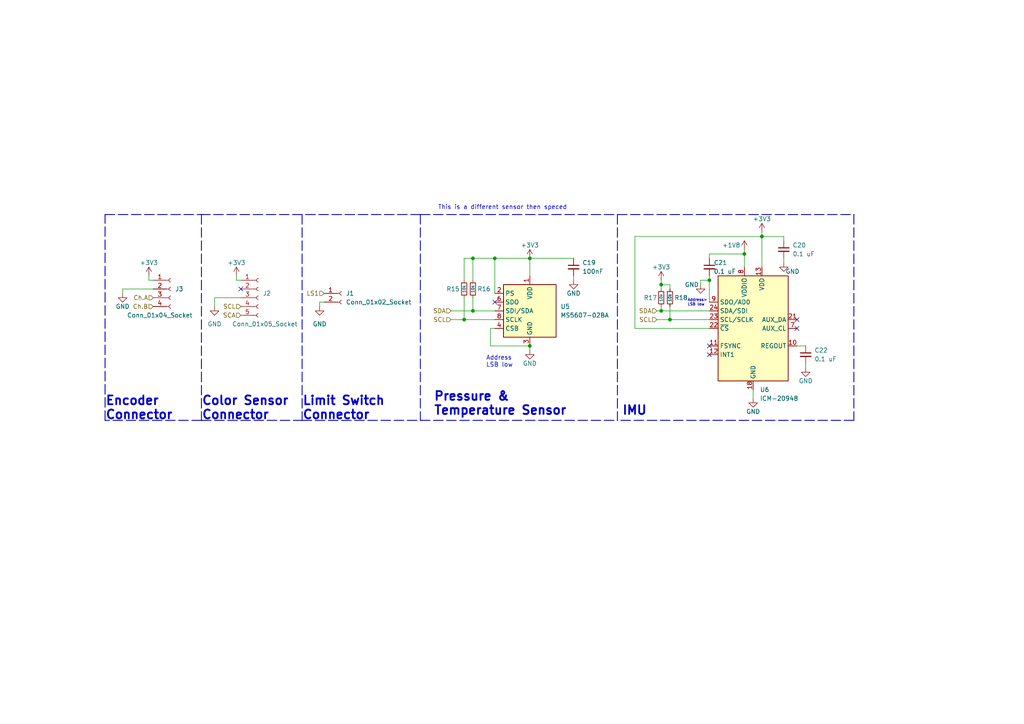
<source format=kicad_sch>
(kicad_sch (version 20230121) (generator eeschema)
  (paper "A4")
  (lib_symbols
    (symbol "Connector:Conn_01x02_Socket" (pin_names (offset 1.016) hide)
      (property "Reference" "J" (at 0 2.54 0))
      (property "Value" "Conn_01x02_Socket" (at 0 -5.08 0))
      (symbol "Conn_01x02_Socket_1_1"
        (arc (start 0 -2.032) (mid -0.5058 -2.54) (end 0 -3.048) (stroke (width 0.1524)))
        (polyline (pts (xy -1.27 -2.54) (xy -0.508 -2.54)) (stroke (width 0.1524)))
        (polyline (pts (xy -1.27 0) (xy -0.508 0)) (stroke (width 0.1524)))
        (arc (start 0 0.508) (mid -0.5058 0) (end 0 -0.508) (stroke (width 0.1524)))
        (pin passive line (at -5.08 0 0) (length 3.81) (name "Pin_1") (number "1"))
        (pin passive line (at -5.08 -2.54 0) (length 3.81) (name "Pin_2") (number "2"))
      )
    )
    (symbol "Connector:Conn_01x04_Socket" (pin_names (offset 1.016) hide)
      (property "Reference" "J" (at 0 5.08 0))
      (property "Value" "Conn_01x04_Socket" (at 0 -7.62 0))
      (symbol "Conn_01x04_Socket_1_1"
        (arc (start 0 -4.572) (mid -0.5058 -5.08) (end 0 -5.588) (stroke (width 0.1524)))
        (arc (start 0 -2.032) (mid -0.5058 -2.54) (end 0 -3.048) (stroke (width 0.1524)))
        (polyline (pts (xy -1.27 -5.08) (xy -0.508 -5.08)) (stroke (width 0.1524)))
        (polyline (pts (xy -1.27 -2.54) (xy -0.508 -2.54)) (stroke (width 0.1524)))
        (polyline (pts (xy -1.27 0) (xy -0.508 0)) (stroke (width 0.1524)))
        (polyline (pts (xy -1.27 2.54) (xy -0.508 2.54)) (stroke (width 0.1524)))
        (arc (start 0 0.508) (mid -0.5058 0) (end 0 -0.508) (stroke (width 0.1524)))
        (arc (start 0 3.048) (mid -0.5058 2.54) (end 0 2.032) (stroke (width 0.1524)))
        (pin passive line (at -5.08 2.54 0) (length 3.81) (name "Pin_1") (number "1"))
        (pin passive line (at -5.08 0 0) (length 3.81) (name "Pin_2") (number "2"))
        (pin passive line (at -5.08 -2.54 0) (length 3.81) (name "Pin_3") (number "3"))
        (pin passive line (at -5.08 -5.08 0) (length 3.81) (name "Pin_4") (number "4"))
      )
    )
    (symbol "Connector:Conn_01x05_Socket" (pin_names (offset 1.016) hide)
      (property "Reference" "J" (at 0 7.62 0))
      (property "Value" "Conn_01x05_Socket" (at 0 -7.62 0))
      (symbol "Conn_01x05_Socket_1_1"
        (arc (start 0 -4.572) (mid -0.5058 -5.08) (end 0 -5.588) (stroke (width 0.1524)))
        (arc (start 0 -2.032) (mid -0.5058 -2.54) (end 0 -3.048) (stroke (width 0.1524)))
        (polyline (pts (xy -1.27 -5.08) (xy -0.508 -5.08)) (stroke (width 0.1524)))
        (polyline (pts (xy -1.27 -2.54) (xy -0.508 -2.54)) (stroke (width 0.1524)))
        (polyline (pts (xy -1.27 0) (xy -0.508 0)) (stroke (width 0.1524)))
        (polyline (pts (xy -1.27 2.54) (xy -0.508 2.54)) (stroke (width 0.1524)))
        (polyline (pts (xy -1.27 5.08) (xy -0.508 5.08)) (stroke (width 0.1524)))
        (arc (start 0 0.508) (mid -0.5058 0) (end 0 -0.508) (stroke (width 0.1524)))
        (arc (start 0 3.048) (mid -0.5058 2.54) (end 0 2.032) (stroke (width 0.1524)))
        (arc (start 0 5.588) (mid -0.5058 5.08) (end 0 4.572) (stroke (width 0.1524)))
        (pin passive line (at -5.08 5.08 0) (length 3.81) (name "Pin_1") (number "1"))
        (pin passive line (at -5.08 2.54 0) (length 3.81) (name "Pin_2") (number "2"))
        (pin passive line (at -5.08 0 0) (length 3.81) (name "Pin_3") (number "3"))
        (pin passive line (at -5.08 -2.54 0) (length 3.81) (name "Pin_4") (number "4"))
        (pin passive line (at -5.08 -5.08 0) (length 3.81) (name "Pin_5") (number "5"))
      )
    )
    (symbol "Device:C_Small" (pin_numbers hide) (pin_names (offset 0.254) hide)
      (property "Reference" "C" (at 0.254 1.778 0))
      (property "Value" "C_Small" (at 0.254 -2.032 0))
      (symbol "C_Small_0_1"
        (polyline (pts (xy -1.524 -0.508) (xy 1.524 -0.508)) (stroke (width 0.3302)))
        (polyline (pts (xy -1.524 0.508) (xy 1.524 0.508)) (stroke (width 0.3048)))
      )
      (symbol "C_Small_1_1"
        (pin passive line (at 0 2.54 270) (length 2.032) (name "~") (number "1"))
        (pin passive line (at 0 -2.54 90) (length 2.032) (name "~") (number "2"))
      )
    )
    (symbol "Device:R_Small" (pin_numbers hide) (pin_names (offset 0.254) hide)
      (property "Reference" "R" (at 0.762 0.508 0))
      (property "Value" "R_Small" (at 0.762 -1.016 0))
      (symbol "R_Small_0_1"
        (rectangle (start -0.762 1.778) (end 0.762 -1.778) (stroke (width 0.2032)))
      )
      (symbol "R_Small_1_1"
        (pin passive line (at 0 2.54 270) (length 0.762) (name "~") (number "1"))
        (pin passive line (at 0 -2.54 90) (length 0.762) (name "~") (number "2"))
      )
    )
    (symbol "GND_1" (power) (pin_names (offset 0))
      (property "Value" "GND_1" (at 0 -3.81 0))
      (symbol "GND_1_0_1"
        (polyline (pts (xy 0 0) (xy 0 -1.27) (xy 1.27 -1.27) (xy 0 -2.54) (xy -1.27 -1.27) (xy 0 -1.27)))
      )
      (symbol "GND_1_1_1"
        (pin power_in line (at 0 0 270) (length 0) hide (name "GND") (number "1"))
      )
    )
    (symbol "GND_2" (power) (pin_names (offset 0))
      (property "Value" "GND_2" (at 0 -3.81 0))
      (symbol "GND_2_0_1"
        (polyline (pts (xy 0 0) (xy 0 -1.27) (xy 1.27 -1.27) (xy 0 -2.54) (xy -1.27 -1.27) (xy 0 -1.27)))
      )
      (symbol "GND_2_1_1"
        (pin power_in line (at 0 0 270) (length 0) hide (name "GND") (number "1"))
      )
    )
    (symbol "GND_3" (power) (pin_names (offset 0))
      (property "Value" "GND_3" (at 0 -3.81 0))
      (symbol "GND_3_0_1"
        (polyline (pts (xy 0 0) (xy 0 -1.27) (xy 1.27 -1.27) (xy 0 -2.54) (xy -1.27 -1.27) (xy 0 -1.27)))
      )
      (symbol "GND_3_1_1"
        (pin power_in line (at 0 0 270) (length 0) hide (name "GND") (number "1"))
      )
    )
    (symbol "GND_4" (power) (pin_names (offset 0))
      (property "Value" "GND_4" (at 0 -3.81 0))
      (symbol "GND_4_0_1"
        (polyline (pts (xy 0 0) (xy 0 -1.27) (xy 1.27 -1.27) (xy 0 -2.54) (xy -1.27 -1.27) (xy 0 -1.27)))
      )
      (symbol "GND_4_1_1"
        (pin power_in line (at 0 0 270) (length 0) hide (name "GND") (number "1"))
      )
    )
    (symbol "GND_5" (power) (pin_names (offset 0))
      (property "Value" "GND_5" (at 0 -3.81 0))
      (symbol "GND_5_0_1"
        (polyline (pts (xy 0 0) (xy 0 -1.27) (xy 1.27 -1.27) (xy 0 -2.54) (xy -1.27 -1.27) (xy 0 -1.27)))
      )
      (symbol "GND_5_1_1"
        (pin power_in line (at 0 0 270) (length 0) hide (name "GND") (number "1"))
      )
    )
    (symbol "Sensor_Motion:ICM-20948"
      (property "Reference" "U" (at -11.43 16.51 0))
      (property "Value" "ICM-20948" (at 7.62 -16.51 0))
      (symbol "ICM-20948_0_1"
        (rectangle (start -10.16 15.24) (end 10.16 -15.24) (stroke (width 0.254)) (fill (type background)))
      )
      (symbol "ICM-20948_1_1"
        (pin no_connect line (at -10.16 12.7 0) (length 2.54) hide (name "NC") (number "1"))
        (pin passive line (at 12.7 -5.08 180) (length 2.54) (name "REGOUT") (number "10"))
        (pin input line (at -12.7 -5.08 0) (length 2.54) (name "FSYNC") (number "11"))
        (pin output line (at -12.7 -7.62 0) (length 2.54) (name "INT1") (number "12"))
        (pin power_in line (at 2.54 17.78 270) (length 2.54) (name "VDD") (number "13"))
        (pin no_connect line (at 10.16 7.62 180) (length 2.54) hide (name "NC") (number "14"))
        (pin no_connect line (at 10.16 5.08 180) (length 2.54) hide (name "NC") (number "15"))
        (pin no_connect line (at 10.16 -7.62 180) (length 2.54) hide (name "NC") (number "16"))
        (pin no_connect line (at 10.16 -10.16 180) (length 2.54) hide (name "NC") (number "17"))
        (pin power_in line (at 0 -17.78 90) (length 2.54) (name "GND") (number "18"))
        (pin no_connect line (at 10.16 -12.7 180) (length 2.54) hide (name "RESV") (number "19"))
        (pin no_connect line (at -10.16 10.16 0) (length 2.54) hide (name "NC") (number "2"))
        (pin passive line (at 0 -17.78 90) (length 2.54) hide (name "GND") (number "20"))
        (pin bidirectional line (at 12.7 2.54 180) (length 2.54) (name "AUX_DA") (number "21"))
        (pin input line (at -12.7 0 0) (length 2.54) (name "~{CS}") (number "22"))
        (pin input line (at -12.7 2.54 0) (length 2.54) (name "SCL/SCLK") (number "23"))
        (pin bidirectional line (at -12.7 5.08 0) (length 2.54) (name "SDA/SDI") (number "24"))
        (pin no_connect line (at -10.16 -2.54 0) (length 2.54) hide (name "NC") (number "3"))
        (pin no_connect line (at -10.16 -10.16 0) (length 2.54) hide (name "NC") (number "4"))
        (pin no_connect line (at -10.16 -12.7 0) (length 2.54) hide (name "NC") (number "5"))
        (pin no_connect line (at 10.16 10.16 180) (length 2.54) hide (name "NC") (number "6"))
        (pin output line (at 12.7 0 180) (length 2.54) (name "AUX_CL") (number "7"))
        (pin power_in line (at -2.54 17.78 270) (length 2.54) (name "VDDIO") (number "8"))
        (pin bidirectional line (at -12.7 7.62 0) (length 2.54) (name "SDO/AD0") (number "9"))
      )
    )
    (symbol "Sensor_Pressure:MS5607-02BA"
      (property "Reference" "U" (at -6.35 8.89 0))
      (property "Value" "MS5607-02BA" (at 7.62 8.89 0))
      (symbol "MS5607-02BA_0_1"
        (rectangle (start -7.62 7.62) (end 7.62 -7.62) (stroke (width 0.254)) (fill (type background)))
      )
      (symbol "MS5607-02BA_1_1"
        (pin power_in line (at 0 10.16 270) (length 2.54) (name "VDD") (number "1"))
        (pin input line (at -10.16 5.08 0) (length 2.54) (name "PS") (number "2"))
        (pin power_in line (at 0 -10.16 90) (length 2.54) (name "GND") (number "3"))
        (pin input line (at -10.16 -5.08 0) (length 2.54) (name "CSB") (number "4"))
        (pin input line (at -10.16 -5.08 0) (length 2.54) hide (name "CSB") (number "5"))
        (pin output line (at -10.16 2.54 0) (length 2.54) (name "SDO") (number "6"))
        (pin bidirectional line (at -10.16 0 0) (length 2.54) (name "SDI/SDA") (number "7"))
        (pin input line (at -10.16 -2.54 0) (length 2.54) (name "SCLK") (number "8"))
      )
    )
    (symbol "power:+1V8" (power) (pin_names (offset 0))
      (property "Value" "+1V8" (at 0 3.556 0))
      (symbol "+1V8_0_1"
        (polyline (pts (xy -0.762 1.27) (xy 0 2.54)))
        (polyline (pts (xy 0 0) (xy 0 2.54)))
        (polyline (pts (xy 0 2.54) (xy 0.762 1.27)))
      )
      (symbol "+1V8_1_1"
        (pin power_in line (at 0 0 90) (length 0) hide (name "+1V8") (number "1"))
      )
    )
    (symbol "power:+3V3" (power) (pin_names (offset 0))
      (property "Value" "+3V3" (at 0 3.556 0))
      (symbol "+3V3_0_1"
        (polyline (pts (xy -0.762 1.27) (xy 0 2.54)))
        (polyline (pts (xy 0 0) (xy 0 2.54)))
        (polyline (pts (xy 0 2.54) (xy 0.762 1.27)))
      )
      (symbol "+3V3_1_1"
        (pin power_in line (at 0 0 90) (length 0) hide (name "+3V3") (number "1"))
      )
    )
    (symbol "power:GND" (power) (pin_names (offset 0))
      (property "Value" "GND" (at 0 -3.81 0))
      (symbol "GND_0_1"
        (polyline (pts (xy 0 0) (xy 0 -1.27) (xy 1.27 -1.27) (xy 0 -2.54) (xy -1.27 -1.27) (xy 0 -1.27)))
      )
      (symbol "GND_1_1"
        (pin power_in line (at 0 0 270) (length 0) hide (name "GND") (number "1"))
      )
    )
  )
  (junction (at 191.77 90.17))
  (junction (at 143.51 74.93))
  (junction (at 137.16 90.17))
  (junction (at 137.16 74.93))
  (junction (at 153.67 100.33))
  (junction (at 215.9 73.66))
  (junction (at 194.31 92.71))
  (junction (at 134.62 92.71))
  (junction (at 153.67 74.93))
  (junction (at 205.74 81.28))
  (junction (at 220.98 68.58))
  (junction (at 191.77 82.55))
  (no_connect (at 231.14 95.25))
  (no_connect (at 231.14 92.71))
  (no_connect (at 69.85 83.82))
  (no_connect (at 205.74 102.87))
  (no_connect (at 205.74 100.33))
  (no_connect (at 143.51 87.63))
  (wire (pts (xy 68.58 81.28) (xy 69.85 81.28)))
  (wire (pts (xy 142.24 100.33) (xy 153.67 100.33)))
  (wire (pts (xy 137.16 74.93) (xy 143.51 74.93)))
  (wire (pts (xy 137.16 81.28) (xy 137.16 74.93)))
  (wire (pts (xy 227.33 74.93) (xy 227.33 76.2)))
  (polyline (pts (xy 121.92 121.92) (xy 179.07 121.92)) (stroke (width 0.254) (type dash)))
  (wire (pts (xy 220.98 68.58) (xy 220.98 77.47)))
  (polyline (pts (xy 58.42 121.92) (xy 87.63 121.92)) (stroke (width 0.254) (type dash)))
  (wire (pts (xy 43.18 81.28) (xy 44.45 81.28)))
  (wire (pts (xy 134.62 81.28) (xy 134.62 74.93)))
  (wire (pts (xy 142.24 95.25) (xy 143.51 95.25)))
  (wire (pts (xy 190.5 92.71) (xy 194.31 92.71)))
  (wire (pts (xy 130.81 90.17) (xy 137.16 90.17)))
  (wire (pts (xy 166.37 80.01) (xy 166.37 81.28)))
  (wire (pts (xy 231.14 100.33) (xy 233.68 100.33)))
  (wire (pts (xy 137.16 86.36) (xy 137.16 90.17)))
  (wire (pts (xy 184.15 95.25) (xy 184.15 68.58)))
  (wire (pts (xy 68.58 80.01) (xy 68.58 81.28)))
  (wire (pts (xy 215.9 72.39) (xy 215.9 73.66)))
  (wire (pts (xy 191.77 82.55) (xy 194.31 82.55)))
  (polyline (pts (xy 87.63 62.23) (xy 58.42 62.23)) (stroke (width 0.254) (type dash)))
  (wire (pts (xy 191.77 81.28) (xy 191.77 82.55)))
  (wire (pts (xy 143.51 85.09) (xy 143.51 74.93)))
  (wire (pts (xy 233.68 105.41) (xy 233.68 106.68)))
  (wire (pts (xy 191.77 82.55) (xy 191.77 83.82)))
  (wire (pts (xy 203.2 81.28) (xy 203.2 82.55)))
  (wire (pts (xy 191.77 88.9) (xy 191.77 90.17)))
  (wire (pts (xy 194.31 83.82) (xy 194.31 82.55)))
  (wire (pts (xy 227.33 68.58) (xy 227.33 69.85)))
  (wire (pts (xy 134.62 86.36) (xy 134.62 92.71)))
  (wire (pts (xy 205.74 80.01) (xy 205.74 81.28)))
  (polyline (pts (xy 87.63 62.23) (xy 87.63 121.92)) (stroke (width 0.254) (type dash)))
  (wire (pts (xy 203.2 81.28) (xy 205.74 81.28)))
  (wire (pts (xy 218.44 113.03) (xy 218.44 115.57)))
  (wire (pts (xy 191.77 90.17) (xy 205.74 90.17)))
  (wire (pts (xy 184.15 68.58) (xy 220.98 68.58)))
  (wire (pts (xy 92.71 87.63) (xy 93.98 87.63)))
  (polyline (pts (xy 121.92 62.23) (xy 121.92 121.92)) (stroke (width 0.254) (type dash)))
  (polyline (pts (xy 30.48 62.23) (xy 58.42 62.23)) (stroke (width 0.254) (type dash)))
  (wire (pts (xy 153.67 100.33) (xy 153.67 101.6)))
  (wire (pts (xy 62.23 86.36) (xy 62.23 88.9)))
  (wire (pts (xy 92.71 88.9) (xy 92.71 87.63)))
  (wire (pts (xy 153.67 74.93) (xy 166.37 74.93)))
  (wire (pts (xy 205.74 73.66) (xy 205.74 74.93)))
  (wire (pts (xy 220.98 68.58) (xy 227.33 68.58)))
  (polyline (pts (xy 247.65 62.23) (xy 247.65 121.92)) (stroke (width 0.254) (type dash)))
  (wire (pts (xy 134.62 92.71) (xy 143.51 92.71)))
  (wire (pts (xy 35.56 85.09) (xy 35.56 83.82)))
  (polyline (pts (xy 121.92 62.23) (xy 179.07 62.23)) (stroke (width 0.254) (type dash)))
  (wire (pts (xy 130.81 92.71) (xy 134.62 92.71)))
  (wire (pts (xy 143.51 74.93) (xy 153.67 74.93)))
  (wire (pts (xy 137.16 90.17) (xy 143.51 90.17)))
  (wire (pts (xy 69.85 86.36) (xy 62.23 86.36)))
  (wire (pts (xy 35.56 83.82) (xy 44.45 83.82)))
  (wire (pts (xy 190.5 90.17) (xy 191.77 90.17)))
  (wire (pts (xy 43.18 80.01) (xy 43.18 81.28)))
  (polyline (pts (xy 179.07 62.23) (xy 247.65 62.23)) (stroke (width 0.254) (type dash)))
  (polyline (pts (xy 30.48 121.92) (xy 30.48 62.23)) (stroke (width 0.254) (type dash)))
  (polyline (pts (xy 121.92 62.23) (xy 87.63 62.23)) (stroke (width 0.254) (type dash)))
  (polyline (pts (xy 87.63 121.92) (xy 121.92 121.92)) (stroke (width 0.254) (type dash)))
  (polyline (pts (xy 179.07 121.92) (xy 179.07 121.92)))
  (wire (pts (xy 194.31 92.71) (xy 205.74 92.71)))
  (polyline (pts (xy 58.42 62.23) (xy 58.42 121.92)) (stroke (width 0.254) (type dash)))
  (wire (pts (xy 205.74 95.25) (xy 184.15 95.25)))
  (polyline (pts (xy 179.07 62.23) (xy 179.07 121.92)) (stroke (width 0.254) (type dash)))
  (wire (pts (xy 153.67 74.93) (xy 153.67 80.01)))
  (wire (pts (xy 215.9 73.66) (xy 215.9 77.47)))
  (wire (pts (xy 205.74 73.66) (xy 215.9 73.66)))
  (wire (pts (xy 134.62 74.93) (xy 137.16 74.93)))
  (wire (pts (xy 220.98 67.31) (xy 220.98 68.58)))
  (wire (pts (xy 205.74 81.28) (xy 205.74 87.63)))
  (polyline (pts (xy 247.65 121.92) (xy 179.07 121.92)) (stroke (width 0.254) (type dash)))
  (wire (pts (xy 194.31 88.9) (xy 194.31 92.71)))
  (wire (pts (xy 142.24 95.25) (xy 142.24 100.33)))
  (polyline (pts (xy 58.42 121.92) (xy 30.48 121.92)) (stroke (width 0.254) (type dash)))
  (text "Pressure &\nTemperature Sensor" (at 125.73 120.65 0) (effects (font (size 2.54 2.54) (thickness 0.508) bold) (justify left bottom)))
  (text "Address \nLSB low" (at 140.97 106.68 0) (effects (font (size 1.27 1.27)) (justify left bottom)))
  (text "Limit Switch\nConnector" (at 87.63 121.92 0) (effects (font (size 2.54 2.54) (thickness 0.508) bold) (justify left bottom)))
  (text "This is a different sensor then speced" (at 127 60.96 0) (effects (font (size 1.27 1.27)) (justify left bottom)))
  (text "Color Sensor\nConnector" (at 58.42 121.92 0) (effects (font (size 2.54 2.54) (thickness 0.508) bold) (justify left bottom)))
  (text "Encoder\nConnector" (at 30.48 121.92 0) (effects (font (size 2.54 2.54) (thickness 0.508) bold) (justify left bottom)))
  (text "IMU" (at 180.34 120.65 0) (effects (font (size 2.54 2.54) (thickness 0.508) bold) (justify left bottom)))
  (text "Address>\nLSB low" (at 199.39 88.9 0) (effects (font (size 0.8 0.8)) (justify left bottom)))
  (hierarchical_label "SCL" (shape input) (at 69.85 88.9 180))
  (hierarchical_label "SCA" (shape input) (at 69.85 91.44 180))
  (hierarchical_label "SCL" (shape input) (at 130.81 92.71 180))
  (hierarchical_label "SDA" (shape input) (at 190.5 90.17 180))
  (hierarchical_label "Ch.B" (shape input) (at 44.45 88.9 180))
  (hierarchical_label "SDA" (shape input) (at 130.81 90.17 180))
  (hierarchical_label "LS1" (shape input) (at 93.98 85.09 180))
  (hierarchical_label "SCL" (shape input) (at 190.5 92.71 180))
  (hierarchical_label "Ch.A" (shape input) (at 44.45 86.36 180))
  (symbol (lib_id "power:+3V3") (at 220.98 67.31 0) (unit 1)
    (property "Reference" "#PWR02" (effects hide))
    (property "Value" "+3V3" (at 220.98 63.5 0))
  )
  (symbol (lib_name "GND_2") (lib_id "power:GND") (at 233.68 106.68 0) (unit 1)
    (property "Reference" "#PWR06" (effects hide))
    (property "Value" "GND" (at 233.68 110.49 0))
  )
  (symbol (lib_id "Connector:Conn_01x04_Socket") (at 49.53 83.82 0) (unit 1)
    (property "Reference" "J3" (at 50.8 83.82 0) (effects (justify left)))
    (property "Value" "Conn_01x04_Socket" (at 36.83 91.44 0) (effects (justify left)))
  )
  (symbol (lib_id "power:GND") (at 166.37 81.28 0) (unit 1)
    (property "Reference" "#PWR043" (effects hide))
    (property "Value" "GND" (at 166.37 85.09 0))
  )
  (symbol (lib_id "Sensor_Motion:ICM-20948") (at 218.44 95.25 0) (unit 1)
    (property "Reference" "U6" (at 220.3959 113.03 0) (effects (justify left)))
    (property "Value" "ICM-20948" (at 220.3959 115.57 0) (effects (justify left)))
    (property "Footprint" "Sensor_Motion:InvenSense_QFN-24_3x3mm_P0.4mm" (effects hide))
    (property "Datasheet" "http://www.invensense.com/wp-content/uploads/2016/06/DS-000189-ICM-20948-v1.3.pdf" (effects hide))
  )
  (symbol (lib_id "power:+3V3") (at 153.67 74.93 0) (unit 1)
    (property "Reference" "#PWR041" (effects hide))
    (property "Value" "+3V3" (at 153.67 71.12 0))
  )
  (symbol (lib_id "Device:C_Small") (at 166.37 77.47 0) (unit 1)
    (property "Reference" "C19" (at 168.91 76.2062 0) (effects (justify left)))
    (property "Value" "100nF" (at 168.91 78.7462 0) (effects (justify left)))
    (property "Footprint" "Capacitor_SMD:C_0402_1005Metric" (effects hide))
  )
  (symbol (lib_id "power:+3V3") (at 191.77 81.28 0) (unit 1)
    (property "Reference" "#PWR08" (effects hide))
    (property "Value" "+3V3" (at 191.77 77.47 0))
  )
  (symbol (lib_name "GND_5") (lib_id "power:GND") (at 62.23 88.9 0) (unit 1)
    (property "Reference" "#PWR09" (effects hide))
    (property "Value" "GND" (at 62.23 93.98 0))
  )
  (symbol (lib_id "power:+3V3") (at 68.58 80.01 0) (unit 1)
    (property "Reference" "#PWR010" (effects hide))
    (property "Value" "+3V3" (at 68.58 76.2 0))
  )
  (symbol (lib_name "GND_1") (lib_id "power:GND") (at 218.44 115.57 0) (unit 1)
    (property "Reference" "#PWR01" (effects hide))
    (property "Value" "GND" (at 218.44 119.38 0))
  )
  (symbol (lib_id "Sensor_Pressure:MS5607-02BA") (at 153.67 90.17 0) (unit 1)
    (property "Reference" "U5" (at 162.56 88.8999 0) (effects (justify left)))
    (property "Value" "MS5607-02BA" (at 162.56 91.4399 0) (effects (justify left)))
    (property "Footprint" "Package_LGA:LGA-8_3x5mm_P1.25mm" (effects hide))
    (property "Datasheet" "https://www.te.com/commerce/DocumentDelivery/DDEController?Action=showdoc&DocId=Data+Sheet%7FMS5607-02BA03%7FB2%7Fpdf%7FEnglish%7FENG_DS_MS5607-02BA03_B2.pdf%7FCAT-BLPS0035" (effects hide))
  )
  (symbol (lib_name "GND_3") (lib_id "power:GND") (at 203.2 82.55 0) (unit 1)
    (property "Reference" "#PWR07" (effects hide))
    (property "Value" "GND" (at 200.66 82.55 0))
  )
  (symbol (lib_id "Device:R_Small") (at 137.16 83.82 0) (unit 1)
    (property "Reference" "R16" (at 138.43 83.82 0) (effects (justify left)))
    (property "Value" "10k" (at 137.16 83.82 90) (effects (font (size 0.8 0.8))))
    (property "Footprint" "Resistor_SMD:R_0402_1005Metric" (effects hide))
  )
  (symbol (lib_id "power:+3V3") (at 43.18 80.01 0) (unit 1)
    (property "Reference" "#PWR011" (effects hide))
    (property "Value" "+3V3" (at 43.18 76.2 0))
  )
  (symbol (lib_name "GND_2") (lib_id "power:GND") (at 227.33 76.2 0) (unit 1)
    (property "Reference" "#PWR03" (effects hide))
    (property "Value" "GND" (at 229.87 78.74 0))
  )
  (symbol (lib_id "Device:C_Small") (at 233.68 102.87 0) (unit 1)
    (property "Reference" "C22" (at 236.22 101.6063 0) (effects (justify left)))
    (property "Value" "0.1 uF" (at 236.22 104.1463 0) (effects (justify left)))
  )
  (symbol (lib_id "Connector:Conn_01x05_Socket") (at 74.93 86.36 0) (unit 1)
    (property "Reference" "J2" (at 76.2 85.09 0) (effects (justify left)))
    (property "Value" "Conn_01x05_Socket" (at 67.31 93.98 0) (effects (justify left)))
  )
  (symbol (lib_id "power:+1V8") (at 215.9 72.39 0) (unit 1)
    (property "Reference" "#PWR04" (effects hide))
    (property "Value" "+1V8" (at 212.09 71.12 0))
  )
  (symbol (lib_name "GND_4") (lib_id "power:GND") (at 92.71 88.9 0) (unit 1)
    (property "Reference" "#PWR05" (effects hide))
    (property "Value" "GND" (at 92.71 93.98 0))
  )
  (symbol (lib_id "Device:R_Small") (at 194.31 86.36 0) (unit 1)
    (property "Reference" "R18" (at 195.58 86.36 0) (effects (justify left)))
    (property "Value" "10k" (at 194.31 86.36 90) (effects (font (size 0.8 0.8))))
  )
  (symbol (lib_id "Device:R_Small") (at 134.62 83.82 0) (unit 1)
    (property "Reference" "R15" (at 133.35 83.82 0) (effects (justify right)))
    (property "Value" "10k" (at 134.62 83.82 90) (effects (font (size 0.8 0.8))))
    (property "Footprint" "Resistor_SMD:R_0402_1005Metric" (effects hide))
  )
  (symbol (lib_id "Device:C_Small") (at 227.33 72.39 0) (unit 1)
    (property "Reference" "C20" (at 229.87 71.1263 0) (effects (justify left)))
    (property "Value" "0.1 uF" (at 229.87 73.6663 0) (effects (justify left)))
  )
  (symbol (lib_id "Device:C_Small") (at 205.74 77.47 0) (unit 1)
    (property "Reference" "C21" (at 207.01 76.2 0) (effects (justify left)))
    (property "Value" "0.1 uF" (at 207.01 78.74 0) (effects (justify left)))
  )
  (symbol (lib_id "Connector:Conn_01x02_Socket") (at 99.06 85.09 0) (unit 1)
    (property "Reference" "J1" (at 100.33 85.09 0) (effects (justify left)))
    (property "Value" "Conn_01x02_Socket" (at 100.33 87.63 0) (effects (justify left)))
  )
  (symbol (lib_id "Device:R_Small") (at 191.77 86.36 0) (unit 1)
    (property "Reference" "R17" (at 186.69 86.36 0) (effects (justify left)))
    (property "Value" "10k" (at 191.77 86.36 90) (effects (font (size 0.8 0.8))))
  )
  (symbol (lib_id "power:GND") (at 153.67 101.6 0) (unit 1)
    (property "Reference" "#PWR042" (effects hide))
    (property "Value" "GND" (at 153.67 105.41 0))
  )
  (symbol (lib_name "GND_5") (lib_id "power:GND") (at 35.56 85.09 0) (unit 1)
    (property "Reference" "#PWR012" (effects hide))
    (property "Value" "GND" (at 35.56 88.9 0))
  )
)
</source>
